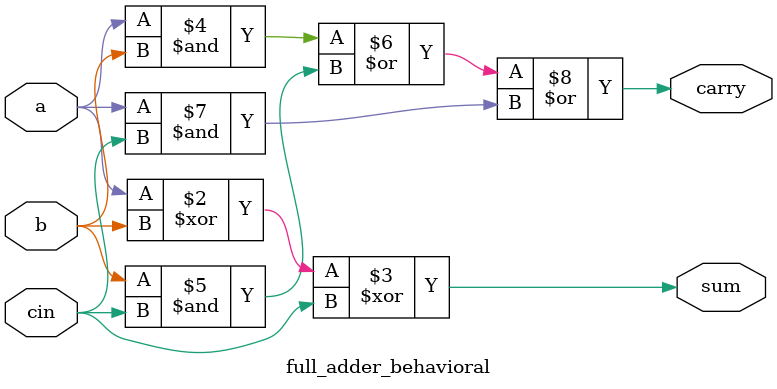
<source format=v>
module full_adder_gate(input a, b, cin, output sum, carry);
    wire s1, c1, c2;

    xor(s1, a, b);
    xor(sum, s1, cin);

    and(c1, a, b);
    and(c2, s1, cin);
    or(carry, c1, c2);
endmodule

//Dataflow Modeling
module full_adder_dataflow(input a, b, cin, output sum, carry);
    assign sum   = a ^ b ^ cin;                // XOR chain
    assign carry = (a & b) | (b & cin) | (a & cin); // Majority function
endmodule

//Behavioral Modeling
module full_adder_behavioral(input a, b, cin, output reg sum, carry);
    always @ (a or b or cin) begin
        sum   = a ^ b ^ cin;
        carry = (a & b) | (b & cin) | (a & cin);
    end
endmodule

</source>
